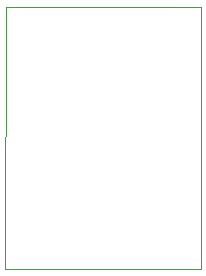
<source format=gm1>
G04 #@! TF.GenerationSoftware,KiCad,Pcbnew,(5.1.4)-1*
G04 #@! TF.CreationDate,2019-12-18T15:45:31+05:30*
G04 #@! TF.ProjectId,pogo connector pcb,706f676f-2063-46f6-9e6e-6563746f7220,rev?*
G04 #@! TF.SameCoordinates,Original*
G04 #@! TF.FileFunction,Profile,NP*
%FSLAX46Y46*%
G04 Gerber Fmt 4.6, Leading zero omitted, Abs format (unit mm)*
G04 Created by KiCad (PCBNEW (5.1.4)-1) date 2019-12-18 15:45:31*
%MOMM*%
%LPD*%
G04 APERTURE LIST*
%ADD10C,0.050000*%
G04 APERTURE END LIST*
D10*
X21500000Y-28200000D02*
X21500000Y-28100000D01*
X4950000Y-28200000D02*
X21500000Y-28200000D01*
X5000000Y-6000000D02*
X4950000Y-28200000D01*
X21500000Y-28100000D02*
X21500000Y-6000000D01*
X21500000Y-6000000D02*
X5000000Y-6000000D01*
M02*

</source>
